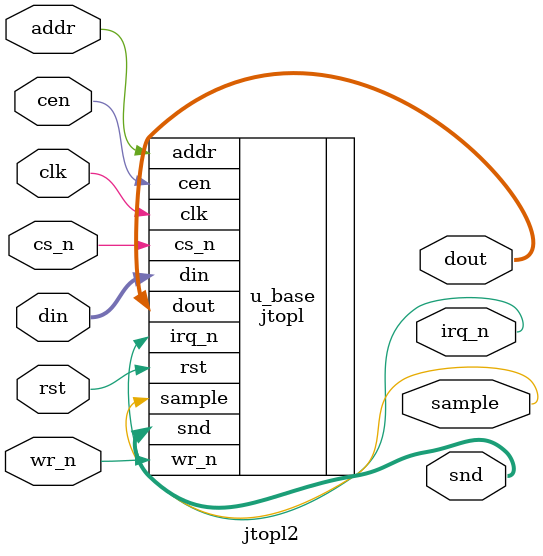
<source format=v>

/*  This file is part of JTOPL.

    JTOPL is free software: you can redistribute it and/or modify
    it under the terms of the GNU General Public License as published by
    the Free Software Foundation, either version 3 of the License, or
    (at your option) any later version.

    JTOPL is distributed in the hope that it will be useful,
    but WITHOUT ANY WARRANTY; without even the implied warranty of
    MERCHANTABILITY or FITNESS FOR A PARTICULAR PURPOSE.  See the
    GNU General Public License for more details.

    You should have received a copy of the GNU General Public License
    along with JTOPL.  If not, see <http://www.gnu.org/licenses/>.

    Author: Jose Tejada Gomez. Twitter: @topapate
    Version: 1.0
    Date: 10-10-2021

    */

module jtopl2(
    input                  rst,        // rst should be at least 6 clk&cen cycles long
    input                  clk,        // CPU clock
    input                  cen,        // optional clock enable, it not needed leave as 1'b1
    input           [ 7:0] din,
    input                  addr,
    input                  cs_n,
    input                  wr_n,
    output          [ 7:0] dout,
    output                 irq_n,
    // combined output
    output  signed  [15:0] snd,
    output                 sample
);

    `define JTOPL2
    jtopl #(.OPL_TYPE(2)) u_base(
        .rst    ( rst       ),
        .clk    ( clk       ),
        .cen    ( cen       ),
        .din    ( din       ),
        .addr   ( addr      ),
        .cs_n   ( cs_n      ),
        .wr_n   ( wr_n      ),
        .dout   ( dout      ),
        .irq_n  ( irq_n     ),
        .snd    ( snd       ),
        .sample ( sample    )
    );

endmodule
</source>
